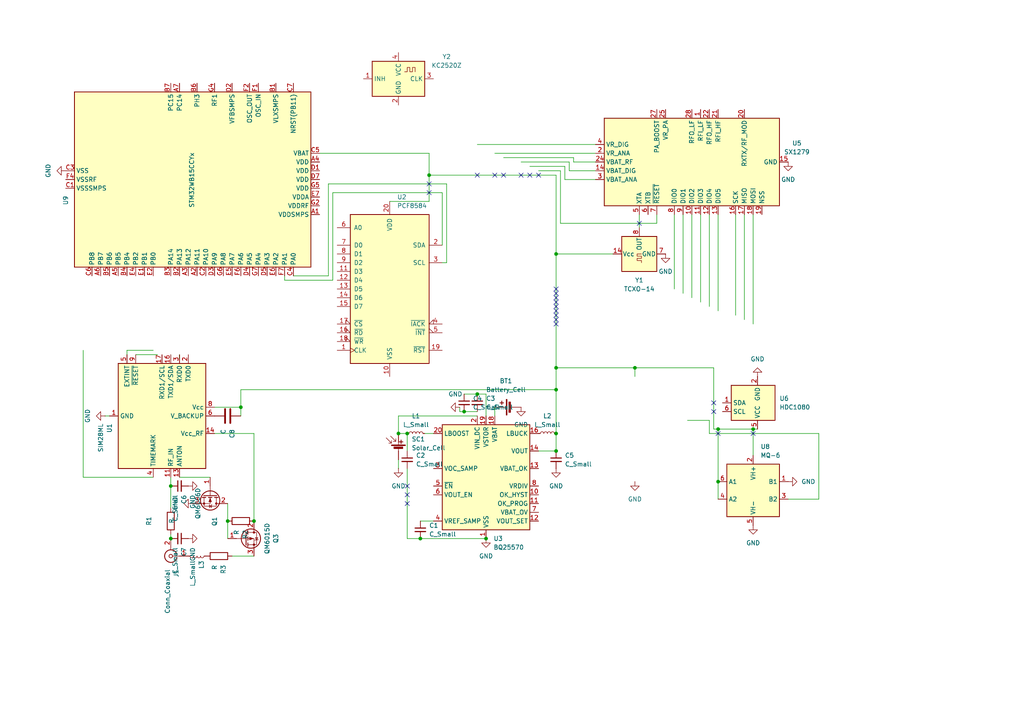
<source format=kicad_sch>
(kicad_sch (version 20250114) (generator "eeschema") (generator_version "9.0")
  (paper "A4")
  (lib_symbols
    (symbol "Battery_Management:BQ25570"
      (property "Reference" "U" (at -12.7 16.51 0))
      (property "Value" "BQ25570" (at 10.16 16.51 0))
      (symbol "BQ25570_0_1"
        (rectangle (start -12.7 15.24) (end 12.7 -15.24) (stroke (width 0.254)) (fill (type background)))
      )
      (symbol "BQ25570_1_1"
        (pin passive line (at -15.24 12.7 0) (length 2.54) (name "LBOOST") (number "20"))
        (pin input line (at -15.24 2.54 0) (length 2.54) (name "VOC_SAMP") (number "3"))
        (pin input line (at -15.24 -2.54 0) (length 2.54) (name "~{EN}") (number "5"))
        (pin input line (at -15.24 -5.08 0) (length 2.54) (name "VOUT_EN") (number "6"))
        (pin passive line (at -15.24 -12.7 0) (length 2.54) (name "VREF_SAMP") (number "4"))
        (pin power_in line (at -2.54 17.78 270) (length 2.54) (name "VIN_DC") (number "2"))
        (pin power_out line (at 0 17.78 270) (length 2.54) (name "VSTOR") (number "19"))
        (pin power_in line (at 0 -17.78 90) (length 2.54) (name "VSS") (number "1"))
        (pin passive line (at 0 -17.78 90) (length 2.54) (hide yes) (name "VSS") (number "15"))
        (pin passive line (at 0 -17.78 90) (length 2.54) (hide yes) (name "VSS") (number "17"))
        (pin passive line (at 0 -17.78 90) (length 2.54) (hide yes) (name "VSS") (number "21"))
        (pin passive line (at 0 -17.78 90) (length 2.54) (hide yes) (name "VSS") (number "9"))
        (pin power_in line (at 2.54 17.78 270) (length 2.54) (name "VBAT") (number "18"))
        (pin passive line (at 15.24 12.7 180) (length 2.54) (name "LBUCK") (number "16"))
        (pin input line (at 15.24 7.62 180) (length 2.54) (name "VOUT") (number "14"))
        (pin output line (at 15.24 2.54 180) (length 2.54) (name "VBAT_OK") (number "13"))
        (pin output line (at 15.24 -2.54 180) (length 2.54) (name "VRDIV") (number "8"))
        (pin input line (at 15.24 -5.08 180) (length 2.54) (name "OK_HYST") (number "10"))
        (pin input line (at 15.24 -7.62 180) (length 2.54) (name "OK_PROG") (number "11"))
        (pin input line (at 15.24 -10.16 180) (length 2.54) (name "VBAT_OV") (number "7"))
        (pin input line (at 15.24 -12.7 180) (length 2.54) (name "VOUT_SET") (number "12"))
      )
    )
    (symbol "Connector:Conn_Coaxial" (pin_names (offset 1.016) (hide yes))
      (property "Reference" "J" (at 0.254 3.048 0))
      (property "Value" "Conn_Coaxial" (at 2.921 0 90))
      (symbol "Conn_Coaxial_0_1"
        (polyline (pts (xy -2.54 0) (xy -0.508 0)))
        (arc (start 1.778 0) (mid 0.222 -1.8079) (end -1.778 -0.508) (stroke (width 0.254)))
        (arc (start -1.778 0.508) (mid 0.2221 1.8084) (end 1.778 0) (stroke (width 0.254)))
        (circle (center 0 0) (radius 0.508) (stroke (width 0.2032)))
        (polyline (pts (xy 0 -2.54) (xy 0 -1.778)))
      )
      (symbol "Conn_Coaxial_1_1"
        (pin passive line (at -5.08 0 0) (length 2.54) (name "In") (number "1"))
        (pin passive line (at 0 -5.08 90) (length 2.54) (name "Ext") (number "2"))
      )
    )
    (symbol "Device:Battery_Cell" (pin_numbers (hide yes)) (pin_names (offset 0) (hide yes))
      (property "Reference" "BT" (at 2.54 2.54 0))
      (property "Value" "Battery_Cell" (at 2.54 0 0))
      (symbol "Battery_Cell_0_1"
        (rectangle (start -2.286 1.778) (end 2.286 1.524) (fill (type outline)))
        (rectangle (start -1.524 1.016) (end 1.524 0.508) (fill (type outline)))
        (polyline (pts (xy 0 1.778) (xy 0 2.54)))
        (polyline (pts (xy 0 0.762) (xy 0 0)))
        (polyline (pts (xy 0.762 3.048) (xy 1.778 3.048)) (stroke (width 0.254)))
        (polyline (pts (xy 1.27 3.556) (xy 1.27 2.54)) (stroke (width 0.254)))
      )
      (symbol "Battery_Cell_1_1"
        (pin passive line (at 0 5.08 270) (length 2.54) (name "+") (number "1"))
        (pin passive line (at 0 -2.54 90) (length 2.54) (name "-") (number "2"))
      )
    )
    (symbol "Device:C" (pin_numbers (hide yes)) (pin_names (offset 0.254))
      (property "Reference" "C" (at 0.635 2.54 0))
      (property "Value" "C" (at 0.635 -2.54 0))
      (symbol "C_0_1"
        (polyline (pts (xy -2.032 0.762) (xy 2.032 0.762)) (stroke (width 0.508)))
        (polyline (pts (xy -2.032 -0.762) (xy 2.032 -0.762)) (stroke (width 0.508)))
      )
      (symbol "C_1_1"
        (pin passive line (at 0 3.81 270) (length 2.794) (name "~") (number "1"))
        (pin passive line (at 0 -3.81 90) (length 2.794) (name "~") (number "2"))
      )
    )
    (symbol "Device:C_Small" (pin_numbers (hide yes)) (pin_names (offset 0.254) (hide yes))
      (property "Reference" "C" (at 0.254 1.778 0))
      (property "Value" "C_Small" (at 0.254 -2.032 0))
      (symbol "C_Small_0_1"
        (polyline (pts (xy -1.524 0.508) (xy 1.524 0.508)) (stroke (width 0.3048)))
        (polyline (pts (xy -1.524 -0.508) (xy 1.524 -0.508)) (stroke (width 0.3302)))
      )
      (symbol "C_Small_1_1"
        (pin passive line (at 0 2.54 270) (length 2.032) (name "~") (number "1"))
        (pin passive line (at 0 -2.54 90) (length 2.032) (name "~") (number "2"))
      )
    )
    (symbol "Device:L_Small" (pin_numbers (hide yes)) (pin_names (offset 0.254) (hide yes))
      (property "Reference" "L" (at 0.762 1.016 0))
      (property "Value" "L_Small" (at 0.762 -1.016 0))
      (symbol "L_Small_0_1"
        (arc (start 0 2.032) (mid 0.5058 1.524) (end 0 1.016))
        (arc (start 0 1.016) (mid 0.5058 0.508) (end 0 0))
        (arc (start 0 0) (mid 0.5058 -0.508) (end 0 -1.016))
        (arc (start 0 -1.016) (mid 0.5058 -1.524) (end 0 -2.032))
      )
      (symbol "L_Small_1_1"
        (pin passive line (at 0 2.54 270) (length 0.508) (name "~") (number "1"))
        (pin passive line (at 0 -2.54 90) (length 0.508) (name "~") (number "2"))
      )
    )
    (symbol "Device:R" (pin_numbers (hide yes)) (pin_names (offset 0))
      (property "Reference" "R" (at 2.032 0 90))
      (property "Value" "R" (at 0 0 90))
      (symbol "R_0_1"
        (rectangle (start -1.016 -2.54) (end 1.016 2.54) (stroke (width 0.254)))
      )
      (symbol "R_1_1"
        (pin passive line (at 0 3.81 270) (length 1.27) (name "~") (number "1"))
        (pin passive line (at 0 -3.81 90) (length 1.27) (name "~") (number "2"))
      )
    )
    (symbol "Device:Solar_Cell" (pin_numbers (hide yes)) (pin_names (offset 0) (hide yes))
      (property "Reference" "SC" (at 2.54 2.54 0))
      (property "Value" "Solar_Cell" (at 2.54 0 0))
      (symbol "Solar_Cell_0_1"
        (polyline (pts (xy -2.032 3.048) (xy -2.032 2.286) (xy -2.794 2.286)))
        (polyline (pts (xy -2.032 2.286) (xy -3.556 3.81)))
        (rectangle (start -2.032 1.778) (end 2.032 1.524) (fill (type outline)))
        (rectangle (start -1.3208 1.1938) (end 1.27 0.6858) (fill (type outline)))
        (polyline (pts (xy -0.762 3.556) (xy -0.762 2.794) (xy -1.524 2.794)))
        (polyline (pts (xy -0.762 2.794) (xy -2.286 4.318)))
        (polyline (pts (xy 0 1.778) (xy 0 2.54)))
        (polyline (pts (xy 0 0.762) (xy 0 0)))
        (polyline (pts (xy 0.254 2.667) (xy 1.27 2.667)) (stroke (width 0.254)))
        (polyline (pts (xy 0.762 3.175) (xy 0.762 2.159)) (stroke (width 0.254)))
      )
      (symbol "Solar_Cell_1_1"
        (pin passive line (at 0 5.08 270) (length 2.54) (name "+") (number "1"))
        (pin passive line (at 0 -2.54 90) (length 2.54) (name "-") (number "2"))
      )
    )
    (symbol "Interface_Expansion:PCF8584" (pin_names (offset 1.016))
      (property "Reference" "U" (at -11.43 22.86 0))
      (property "Value" "PCF8584" (at 3.81 22.86 0))
      (symbol "PCF8584_0_1"
        (rectangle (start -11.43 -21.59) (end 11.43 21.59) (stroke (width 0.254)) (fill (type background)))
      )
      (symbol "PCF8584_1_1"
        (pin input line (at -15.24 17.78 0) (length 3.81) (name "A0") (number "6"))
        (pin tri_state line (at -15.24 12.7 0) (length 3.81) (name "D0") (number "7"))
        (pin tri_state line (at -15.24 10.16 0) (length 3.81) (name "D1") (number "8"))
        (pin tri_state line (at -15.24 7.62 0) (length 3.81) (name "D2") (number "9"))
        (pin tri_state line (at -15.24 5.08 0) (length 3.81) (name "D3") (number "11"))
        (pin tri_state line (at -15.24 2.54 0) (length 3.81) (name "D4") (number "12"))
        (pin tri_state line (at -15.24 0 0) (length 3.81) (name "D5") (number "13"))
        (pin tri_state line (at -15.24 -2.54 0) (length 3.81) (name "D6") (number "14"))
        (pin tri_state line (at -15.24 -5.08 0) (length 3.81) (name "D7") (number "15"))
        (pin input input_low (at -15.24 -10.16 0) (length 3.81) (name "~{CS}") (number "17"))
        (pin passive input_low (at -15.24 -12.7 0) (length 3.81) (name "~{RD}") (number "16"))
        (pin input input_low (at -15.24 -15.24 0) (length 3.81) (name "~{WR}") (number "18"))
        (pin input clock (at -15.24 -17.78 0) (length 3.81) (name "CLK") (number "1"))
        (pin power_in line (at 0 25.4 270) (length 3.81) (name "VDD") (number "20"))
        (pin power_in line (at 0 -25.4 90) (length 3.81) (name "VSS") (number "10"))
        (pin bidirectional line (at 15.24 12.7 180) (length 3.81) (name "SDA") (number "2"))
        (pin bidirectional line (at 15.24 7.62 180) (length 3.81) (name "SCL") (number "3"))
        (pin input input_low (at 15.24 -10.16 180) (length 3.81) (name "~{IACK}") (number "4"))
        (pin output output_low (at 15.24 -12.7 180) (length 3.81) (name "~{INT}") (number "5"))
        (pin bidirectional line (at 15.24 -17.78 180) (length 3.81) (name "~{RST}") (number "19"))
      )
    )
    (symbol "MCU_ST_STM32WB:STM32WB15CCYx"
      (property "Reference" "U" (at -25.4 36.83 0))
      (property "Value" "STM32WB15CCYx" (at 12.7 36.83 0))
      (symbol "STM32WB15CCYx_0_1"
        (rectangle (start -25.4 -33.02) (end 25.4 35.56) (stroke (width 0.254)) (fill (type background)))
      )
      (symbol "STM32WB15CCYx_1_1"
        (pin input line (at -27.94 30.48 0) (length 2.54) (name "NRST(PB11)") (number "C7"))
        (pin power_in line (at -27.94 25.4 0) (length 2.54) (name "VLXSMPS") (number "B1"))
        (pin input line (at -27.94 20.32 0) (length 2.54) (name "OSC_IN") (number "F1"))
        (pin input line (at -27.94 17.78 0) (length 2.54) (name "OSC_OUT") (number "F2"))
        (pin input line (at -27.94 12.7 0) (length 2.54) (name "VFBSMPS") (number "D2"))
        (pin bidirectional line (at -27.94 7.62 0) (length 2.54) (name "RF1") (number "G4"))
        (pin bidirectional line (at -27.94 2.54 0) (length 2.54) (name "PH3") (number "B6"))
        (pin bidirectional line (at -27.94 -2.54 0) (length 2.54) (name "PC14") (number "A7"))
        (pin bidirectional line (at -27.94 -5.08 0) (length 2.54) (name "PC15") (number "B7"))
        (pin no_connect line (at -25.4 -30.48 0) (length 2.54) (hide yes) (name "AT1") (number "F3"))
        (pin no_connect line (at -25.4 -33.02 0) (length 2.54) (hide yes) (name "AT0") (number "E3"))
        (pin power_in line (at -7.62 38.1 270) (length 2.54) (name "VBAT") (number "C5"))
        (pin power_in line (at -5.08 38.1 270) (length 2.54) (name "VDD") (number "A4"))
        (pin power_in line (at -2.54 38.1 270) (length 2.54) (name "VDD") (number "D1"))
        (pin power_in line (at -2.54 -35.56 90) (length 2.54) (name "VSS") (number "C3"))
        (pin passive line (at -2.54 -35.56 90) (length 2.54) (hide yes) (name "VSS") (number "D6"))
        (pin passive line (at -2.54 -35.56 90) (length 2.54) (hide yes) (name "VSS") (number "F5"))
        (pin power_in line (at 0 38.1 270) (length 2.54) (name "VDD") (number "D7"))
        (pin power_in line (at 0 -35.56 90) (length 2.54) (name "VSSRF") (number "F4"))
        (pin passive line (at 0 -35.56 90) (length 2.54) (hide yes) (name "VSSRF") (number "G1"))
        (pin passive line (at 0 -35.56 90) (length 2.54) (hide yes) (name "VSSRF") (number "G3"))
        (pin power_in line (at 2.54 38.1 270) (length 2.54) (name "VDD") (number "G5"))
        (pin power_in line (at 2.54 -35.56 90) (length 2.54) (name "VSSSMPS") (number "C1"))
        (pin power_in line (at 5.08 38.1 270) (length 2.54) (name "VDDA") (number "E7"))
        (pin power_in line (at 7.62 38.1 270) (length 2.54) (name "VDDRF") (number "G2"))
        (pin power_in line (at 10.16 38.1 270) (length 2.54) (name "VDDSMPS") (number "A1"))
        (pin bidirectional line (at 27.94 30.48 180) (length 2.54) (name "PA0") (number "C4"))
        (pin bidirectional line (at 27.94 27.94 180) (length 2.54) (name "PA1") (number "F7"))
        (pin bidirectional line (at 27.94 25.4 180) (length 2.54) (name "PA2") (number "E6"))
        (pin bidirectional line (at 27.94 22.86 180) (length 2.54) (name "PA3") (number "D5"))
        (pin bidirectional line (at 27.94 20.32 180) (length 2.54) (name "PA4") (number "G7"))
        (pin bidirectional line (at 27.94 17.78 180) (length 2.54) (name "PA5") (number "D4"))
        (pin bidirectional line (at 27.94 15.24 180) (length 2.54) (name "PA6") (number "F6"))
        (pin bidirectional line (at 27.94 12.7 180) (length 2.54) (name "PA7") (number "E5"))
        (pin bidirectional line (at 27.94 10.16 180) (length 2.54) (name "PA8") (number "G6"))
        (pin bidirectional line (at 27.94 7.62 180) (length 2.54) (name "PA9") (number "D3"))
        (pin bidirectional line (at 27.94 5.08 180) (length 2.54) (name "PA10") (number "C2"))
        (pin bidirectional line (at 27.94 2.54 180) (length 2.54) (name "PA11") (number "A2"))
        (pin bidirectional line (at 27.94 0 180) (length 2.54) (name "PA12") (number "A3"))
        (pin bidirectional line (at 27.94 -2.54 180) (length 2.54) (name "PA13") (number "B2"))
        (pin bidirectional line (at 27.94 -5.08 180) (length 2.54) (name "PA14") (number "B3"))
        (pin bidirectional line (at 27.94 -10.16 180) (length 2.54) (name "PB0") (number "E2"))
        (pin bidirectional line (at 27.94 -12.7 180) (length 2.54) (name "PB1") (number "E1"))
        (pin bidirectional line (at 27.94 -15.24 180) (length 2.54) (name "PB2") (number "E4"))
        (pin bidirectional line (at 27.94 -17.78 180) (length 2.54) (name "PB4") (number "B4"))
        (pin bidirectional line (at 27.94 -20.32 180) (length 2.54) (name "PB5") (number "A5"))
        (pin bidirectional line (at 27.94 -22.86 180) (length 2.54) (name "PB6") (number "B5"))
        (pin bidirectional line (at 27.94 -25.4 180) (length 2.54) (name "PB7") (number "A6"))
        (pin bidirectional line (at 27.94 -27.94 180) (length 2.54) (name "PB8") (number "C6"))
      )
    )
    (symbol "Oscillator:KC2520Z"
      (property "Reference" "Y" (at 2.54 12.7 0))
      (property "Value" "KC2520Z" (at 6.35 10.16 0))
      (symbol "KC2520Z_0_1"
        (rectangle (start -7.62 5.08) (end 7.62 -5.08) (stroke (width 0.254)) (fill (type background)))
      )
      (symbol "KC2520Z_1_1"
        (polyline (pts (xy 1.778 2.032) (xy 2.54 2.032) (xy 2.54 3.302) (xy 3.302 3.302) (xy 3.302 2.032) (xy 4.064 2.032) (xy 4.064 3.302) (xy 4.826 3.302) (xy 4.826 2.032)))
        (pin input line (at -10.16 0 0) (length 2.54) (name "INH") (number "1"))
        (pin power_in line (at 0 7.62 270) (length 2.54) (name "VCC") (number "4"))
        (pin power_in line (at 0 -7.62 90) (length 2.54) (name "GND") (number "2"))
        (pin output line (at 10.16 0 180) (length 2.54) (name "CLK") (number "3"))
      )
    )
    (symbol "Oscillator:TCXO-14" (pin_names (offset 0.254))
      (property "Reference" "Y" (at -5.08 6.35 0))
      (property "Value" "TCXO-14" (at 1.27 -6.35 0))
      (symbol "TCXO-14_0_1"
        (rectangle (start -5.08 5.08) (end 5.08 -5.08) (stroke (width 0.254)) (fill (type background)))
        (polyline (pts (xy -2.54 -0.635) (xy -1.905 -0.635) (xy -1.905 0.635) (xy -1.27 0.635) (xy -1.27 -0.635) (xy -0.635 -0.635) (xy -0.635 0.635) (xy 0 0.635) (xy 0 -0.635)))
      )
      (symbol "TCXO-14_1_1"
        (pin no_connect line (at -5.08 2.54 0) (length 2.54) (hide yes) (name "NC") (number "1"))
        (pin power_in line (at 0 7.62 270) (length 2.54) (name "Vcc") (number "14"))
        (pin power_in line (at 0 -7.62 90) (length 2.54) (name "GND") (number "7"))
        (pin output line (at 7.62 0 180) (length 2.54) (name "OUT") (number "8"))
      )
    )
    (symbol "RF:SX1279"
      (property "Reference" "U" (at 13.97 24.13 0))
      (property "Value" "SX1279" (at 13.97 21.59 0))
      (symbol "SX1279_0_1"
        (rectangle (start -12.7 25.4) (end 12.7 -25.4) (stroke (width 0.254)) (fill (type background)))
      )
      (symbol "SX1279_1_1"
        (pin bidirectional line (at -15.24 15.24 0) (length 2.54) (name "XTA") (number "5"))
        (pin bidirectional line (at -15.24 12.7 0) (length 2.54) (name "XTB") (number "6"))
        (pin input line (at -15.24 10.16 0) (length 2.54) (name "~{RESET}") (number "7"))
        (pin bidirectional line (at -15.24 5.08 0) (length 2.54) (name "DIO0") (number "8"))
        (pin bidirectional line (at -15.24 2.54 0) (length 2.54) (name "DIO1") (number "9"))
        (pin bidirectional line (at -15.24 0 0) (length 2.54) (name "DIO2") (number "10"))
        (pin bidirectional line (at -15.24 -2.54 0) (length 2.54) (name "DIO3") (number "11"))
        (pin bidirectional line (at -15.24 -5.08 0) (length 2.54) (name "DIO4") (number "12"))
        (pin bidirectional line (at -15.24 -7.62 0) (length 2.54) (name "DIO5") (number "13"))
        (pin input line (at -15.24 -12.7 0) (length 2.54) (name "SCK") (number "16"))
        (pin output line (at -15.24 -15.24 0) (length 2.54) (name "MISO") (number "17"))
        (pin input line (at -15.24 -17.78 0) (length 2.54) (name "MOSI") (number "18"))
        (pin input line (at -15.24 -20.32 0) (length 2.54) (name "NSS") (number "19"))
        (pin power_in line (at -5.08 27.94 270) (length 2.54) (name "VBAT_ANA") (number "3"))
        (pin power_in line (at -2.54 27.94 270) (length 2.54) (name "VBAT_DIG") (number "14"))
        (pin power_in line (at 0 27.94 270) (length 2.54) (name "VBAT_RF") (number "24"))
        (pin power_in line (at 0 -27.94 90) (length 2.54) (name "GND") (number "15"))
        (pin passive line (at 0 -27.94 90) (length 2.54) (hide yes) (name "GND") (number "23"))
        (pin passive line (at 0 -27.94 90) (length 2.54) (hide yes) (name "GND") (number "26"))
        (pin passive line (at 0 -27.94 90) (length 2.54) (hide yes) (name "GND") (number "29"))
        (pin power_in line (at 2.54 27.94 270) (length 2.54) (name "VR_ANA") (number "2"))
        (pin power_in line (at 5.08 27.94 270) (length 2.54) (name "VR_DIG") (number "4"))
        (pin power_out line (at 15.24 10.16 180) (length 2.54) (name "PA_BOOST") (number "27"))
        (pin power_out line (at 15.24 7.62 180) (length 2.54) (name "VR_PA") (number "25"))
        (pin output line (at 15.24 0 180) (length 2.54) (name "RFO_LF") (number "28"))
        (pin input line (at 15.24 -2.54 180) (length 2.54) (name "RFI_LF") (number "1"))
        (pin output line (at 15.24 -5.08 180) (length 2.54) (name "RFO_HF") (number "22"))
        (pin input line (at 15.24 -7.62 180) (length 2.54) (name "RFI_HF") (number "21"))
        (pin output line (at 15.24 -15.24 180) (length 2.54) (name "RXTX/RF_MOD") (number "20"))
      )
    )
    (symbol "RF_GPS:SIM28ML"
      (property "Reference" "U" (at -13.97 13.97 0))
      (property "Value" "SIM28ML" (at 11.43 13.97 0))
      (symbol "SIM28ML_0_1"
        (rectangle (start -15.24 12.7) (end 15.24 -12.7) (stroke (width 0.254)) (fill (type background)))
      )
      (symbol "SIM28ML_1_1"
        (pin output line (at -17.78 7.62 0) (length 2.54) (name "TXD0") (number "2"))
        (pin input line (at -17.78 5.08 0) (length 2.54) (name "RXD0") (number "3"))
        (pin bidirectional line (at -17.78 2.54 0) (length 2.54) (name "TXD1/SDA") (number "16"))
        (pin input line (at -17.78 0 0) (length 2.54) (name "RXD1/SCL") (number "17"))
        (pin input line (at -17.78 -7.62 0) (length 2.54) (name "~{RESET}") (number "9"))
        (pin input line (at -17.78 -10.16 0) (length 2.54) (name "EXTINT") (number "5"))
        (pin power_in line (at -2.54 15.24 270) (length 2.54) (name "Vcc") (number "8"))
        (pin power_in line (at 0 15.24 270) (length 2.54) (name "V_BACKUP") (number "6"))
        (pin power_in line (at 0 -15.24 90) (length 2.54) (name "GND") (number "1"))
        (pin passive line (at 0 -15.24 90) (length 2.54) (hide yes) (name "GND") (number "10"))
        (pin passive line (at 0 -15.24 90) (length 2.54) (hide yes) (name "GND") (number "12"))
        (pin power_out line (at 5.08 15.24 270) (length 2.54) (name "Vcc_RF") (number "14"))
        (pin no_connect line (at 15.24 -5.08 180) (length 2.54) (hide yes) (name "NC") (number "7"))
        (pin no_connect line (at 15.24 -7.62 180) (length 2.54) (hide yes) (name "NC") (number "15"))
        (pin no_connect line (at 15.24 -10.16 180) (length 2.54) (hide yes) (name "NC") (number "18"))
        (pin power_out line (at 17.78 5.08 180) (length 2.54) (name "ANTON") (number "13"))
        (pin input line (at 17.78 2.54 180) (length 2.54) (name "RF_IN") (number "11"))
        (pin output line (at 17.78 -2.54 180) (length 2.54) (name "TIMEMARK") (number "4"))
      )
    )
    (symbol "Sensor_Gas:MQ-6"
      (property "Reference" "U" (at -6.35 8.89 0))
      (property "Value" "MQ-6" (at 3.81 8.89 0))
      (symbol "MQ-6_0_1"
        (rectangle (start -7.62 7.62) (end 7.62 -7.62) (stroke (width 0.254)) (fill (type background)))
      )
      (symbol "MQ-6_1_1"
        (pin passive line (at -10.16 2.54 0) (length 2.54) (name "A1") (number "6"))
        (pin passive line (at -10.16 -2.54 0) (length 2.54) (name "A2") (number "4"))
        (pin power_in line (at 0 10.16 270) (length 2.54) (name "VH+") (number "2"))
        (pin power_in line (at 0 -10.16 90) (length 2.54) (name "VH-") (number "5"))
        (pin passive line (at 10.16 2.54 180) (length 2.54) (name "B1") (number "1"))
        (pin passive line (at 10.16 -2.54 180) (length 2.54) (name "B2") (number "3"))
      )
    )
    (symbol "Sensor_Humidity:HDC1080"
      (property "Reference" "U" (at -6.35 6.35 0))
      (property "Value" "HDC1080" (at 3.81 6.35 0))
      (symbol "HDC1080_0_1"
        (rectangle (start -7.62 5.08) (end 5.08 -5.08) (stroke (width 0.254)) (fill (type background)))
      )
      (symbol "HDC1080_1_1"
        (pin no_connect line (at -7.62 2.54 0) (length 2.54) (hide yes) (name "DAP") (number "7"))
        (pin no_connect line (at -7.62 0 0) (length 2.54) (hide yes) (name "NC") (number "3"))
        (pin no_connect line (at -7.62 -2.54 0) (length 2.54) (hide yes) (name "NC") (number "4"))
        (pin power_in line (at -2.54 7.62 270) (length 2.54) (name "VCC") (number "5"))
        (pin power_in line (at -2.54 -7.62 90) (length 2.54) (name "GND") (number "2"))
        (pin input line (at 7.62 2.54 180) (length 2.54) (name "SCL") (number "6"))
        (pin bidirectional line (at 7.62 0 180) (length 2.54) (name "SDA") (number "1"))
      )
    )
    (symbol "Transistor_FET:QM6006D" (pin_names (hide yes))
      (property "Reference" "Q" (at 5.08 1.905 0))
      (property "Value" "QM6006D" (at 5.08 0 0))
      (symbol "QM6006D_0_1"
        (polyline (pts (xy 0.254 1.905) (xy 0.254 -1.905)) (stroke (width 0.254)))
        (polyline (pts (xy 0.254 0) (xy -2.54 0)))
        (polyline (pts (xy 0.762 2.286) (xy 0.762 1.27)) (stroke (width 0.254)))
        (polyline (pts (xy 0.762 0.508) (xy 0.762 -0.508)) (stroke (width 0.254)))
        (polyline (pts (xy 0.762 -1.27) (xy 0.762 -2.286)) (stroke (width 0.254)))
        (polyline (pts (xy 0.762 -1.778) (xy 3.302 -1.778) (xy 3.302 1.778) (xy 0.762 1.778)))
        (polyline (pts (xy 1.016 0) (xy 2.032 0.381) (xy 2.032 -0.381) (xy 1.016 0)) (fill (type outline)))
        (circle (center 1.651 0) (radius 2.794) (stroke (width 0.254)))
        (polyline (pts (xy 2.54 2.54) (xy 2.54 1.778)))
        (circle (center 2.54 1.778) (radius 0.254) (fill (type outline)))
        (circle (center 2.54 -1.778) (radius 0.254) (fill (type outline)))
        (polyline (pts (xy 2.54 -2.54) (xy 2.54 0) (xy 0.762 0)))
        (polyline (pts (xy 2.794 0.508) (xy 2.921 0.381) (xy 3.683 0.381) (xy 3.81 0.254)))
        (polyline (pts (xy 3.302 0.381) (xy 2.921 -0.254) (xy 3.683 -0.254) (xy 3.302 0.381)))
      )
      (symbol "QM6006D_1_1"
        (pin input line (at -5.08 0 0) (length 2.54) (name "G") (number "1"))
        (pin passive line (at 2.54 5.08 270) (length 2.54) (name "D") (number "2"))
        (pin passive line (at 2.54 -5.08 90) (length 2.54) (name "S") (number "3"))
      )
    )
    (symbol "Transistor_FET:QM6015D" (pin_names (hide yes))
      (property "Reference" "Q" (at 5.08 1.905 0))
      (property "Value" "QM6015D" (at 5.08 0 0))
      (symbol "QM6015D_0_1"
        (polyline (pts (xy 0.254 1.905) (xy 0.254 -1.905)) (stroke (width 0.254)))
        (polyline (pts (xy 0.254 0) (xy -2.54 0)))
        (polyline (pts (xy 0.762 2.286) (xy 0.762 1.27)) (stroke (width 0.254)))
        (polyline (pts (xy 0.762 1.778) (xy 3.302 1.778) (xy 3.302 -1.778) (xy 0.762 -1.778)))
        (polyline (pts (xy 0.762 0.508) (xy 0.762 -0.508)) (stroke (width 0.254)))
        (polyline (pts (xy 0.762 -1.27) (xy 0.762 -2.286)) (stroke (width 0.254)))
        (circle (center 1.651 0) (radius 2.794) (stroke (width 0.254)))
        (polyline (pts (xy 2.286 0) (xy 1.27 0.381) (xy 1.27 -0.381) (xy 2.286 0)) (fill (type outline)))
        (polyline (pts (xy 2.54 2.54) (xy 2.54 1.778)))
        (circle (center 2.54 1.778) (radius 0.254) (fill (type outline)))
        (circle (center 2.54 -1.778) (radius 0.254) (fill (type outline)))
        (polyline (pts (xy 2.54 -2.54) (xy 2.54 0) (xy 0.762 0)))
        (polyline (pts (xy 2.794 -0.508) (xy 2.921 -0.381) (xy 3.683 -0.381) (xy 3.81 -0.254)))
        (polyline (pts (xy 3.302 -0.381) (xy 2.921 0.254) (xy 3.683 0.254) (xy 3.302 -0.381)))
      )
      (symbol "QM6015D_1_1"
        (pin passive line (at -5.08 0 0) (length 2.54) (name "G") (number "1"))
        (pin passive line (at 2.54 5.08 270) (length 2.54) (name "D") (number "2"))
        (pin passive line (at 2.54 -5.08 90) (length 2.54) (name "S") (number "3"))
      )
    )
    (symbol "power:GND" (power) (pin_numbers (hide yes)) (pin_names (offset 0) (hide yes))
      (property "Value" "GND" (at 0 -3.81 0))
      (symbol "GND_0_1"
        (polyline (pts (xy 0 0) (xy 0 -1.27) (xy 1.27 -1.27) (xy 0 -2.54) (xy -1.27 -1.27) (xy 0 -1.27)))
      )
      (symbol "GND_1_1"
        (pin power_in line (at 0 0 270) (length 0) (name "~") (number "1"))
      )
    )
  )
  (junction (at 161.29 113.03))
  (junction (at 115.57 125.73))
  (junction (at 49.53 156.21))
  (junction (at 208.28 139.7))
  (junction (at 73.66 151.13))
  (junction (at 134.62 119.38))
  (junction (at 66.04 151.13))
  (junction (at 208.28 124.46))
  (junction (at 124.46 50.8))
  (junction (at 218.44 124.46))
  (junction (at 121.92 156.21))
  (junction (at 161.29 125.73))
  (junction (at 161.29 106.68))
  (junction (at 161.29 73.66))
  (junction (at 69.85 118.11))
  (junction (at 184.15 106.68))
  (junction (at 118.11 125.73))
  (junction (at 161.29 130.81))
  (junction (at 49.53 140.97))
  (junction (at 140.97 156.21))
  (junction (at 138.43 114.3))
  (no_connect (at 118.11 140.97))
  (no_connect (at 151.13 50.8))
  (no_connect (at 161.29 90.17))
  (no_connect (at 161.29 92.71))
  (no_connect (at 207.01 116.84))
  (no_connect (at 207.01 119.38))
  (no_connect (at 118.11 146.05))
  (no_connect (at 161.29 83.82))
  (no_connect (at 138.43 50.8))
  (no_connect (at 161.29 91.44))
  (no_connect (at 124.46 55.88))
  (no_connect (at 161.29 93.98))
  (no_connect (at 156.21 50.8))
  (no_connect (at 161.29 86.36))
  (no_connect (at 185.42 64.77))
  (no_connect (at 118.11 143.51))
  (no_connect (at 161.29 85.09))
  (no_connect (at 161.29 87.63))
  (no_connect (at 143.51 50.8))
  (no_connect (at 153.67 50.8))
  (no_connect (at 124.46 53.34))
  (no_connect (at 146.05 50.8))
  (no_connect (at 208.28 125.73))
  (no_connect (at 161.29 88.9))
  (no_connect (at 218.44 125.73))
  (wire (pts (xy 82.55 81.28) (xy 82.55 80.01)))
  (wire (pts (xy 124.46 44.45) (xy 92.71 44.45)))
  (wire (pts (xy 66.04 151.13) (xy 66.04 156.21)))
  (wire (pts (xy 161.29 73.66) (xy 161.29 106.68)))
  (wire (pts (xy 156.21 49.53) (xy 162.56 49.53)))
  (wire (pts (xy 138.43 41.91) (xy 172.72 41.91)))
  (wire (pts (xy 165.1 46.99) (xy 165.1 49.53)))
  (wire (pts (xy 208.28 90.17) (xy 208.28 62.23)))
  (wire (pts (xy 49.53 138.43) (xy 49.53 140.97)))
  (wire (pts (xy 24.13 138.43) (xy 24.13 101.6)))
  (wire (pts (xy 208.28 124.46) (xy 207.01 124.46)))
  (wire (pts (xy 190.5 64.77) (xy 190.5 62.23)))
  (wire (pts (xy 69.85 113.03) (xy 161.29 113.03)))
  (wire (pts (xy 205.74 88.9) (xy 205.74 62.23)))
  (wire (pts (xy 121.92 156.21) (xy 140.97 156.21)))
  (wire (pts (xy 115.57 125.73) (xy 115.57 120.65)))
  (wire (pts (xy 118.11 135.89) (xy 118.11 156.21)))
  (wire (pts (xy 96.52 81.28) (xy 82.55 81.28)))
  (wire (pts (xy 200.66 86.36) (xy 200.66 62.23)))
  (wire (pts (xy 115.57 125.73) (xy 118.11 125.73)))
  (wire (pts (xy 60.96 138.43) (xy 52.07 138.43)))
  (wire (pts (xy 161.29 50.8) (xy 161.29 73.66)))
  (wire (pts (xy 184.15 106.68) (xy 207.01 106.68)))
  (wire (pts (xy 36.83 101.6) (xy 44.45 101.6)))
  (wire (pts (xy 162.56 64.77) (xy 190.5 64.77)))
  (wire (pts (xy 62.23 125.73) (xy 73.66 125.73)))
  (wire (pts (xy 215.9 92.71) (xy 215.9 62.23)))
  (wire (pts (xy 49.53 104.14) (xy 49.53 102.87)))
  (wire (pts (xy 128.27 55.88) (xy 96.52 55.88)))
  (wire (pts (xy 143.51 118.11) (xy 143.51 120.65)))
  (wire (pts (xy 118.11 125.73) (xy 118.11 130.81)))
  (wire (pts (xy 134.62 114.3) (xy 138.43 114.3)))
  (wire (pts (xy 161.29 130.81) (xy 161.29 125.73)))
  (wire (pts (xy 205.74 125.73) (xy 205.74 121.92)))
  (wire (pts (xy 161.29 106.68) (xy 184.15 106.68)))
  (wire (pts (xy 133.35 119.38) (xy 134.62 119.38)))
  (wire (pts (xy 134.62 119.38) (xy 138.43 119.38)))
  (wire (pts (xy 69.85 118.11) (xy 69.85 113.03)))
  (wire (pts (xy 161.29 113.03) (xy 161.29 125.73)))
  (wire (pts (xy 237.49 144.78) (xy 237.49 125.73)))
  (wire (pts (xy 213.36 91.44) (xy 213.36 62.23)))
  (wire (pts (xy 73.66 125.73) (xy 73.66 151.13)))
  (wire (pts (xy 52.07 104.14) (xy 52.07 102.87)))
  (wire (pts (xy 31.75 120.65) (xy 30.48 120.65)))
  (wire (pts (xy 218.44 124.46) (xy 218.44 132.08)))
  (wire (pts (xy 143.51 44.45) (xy 172.72 44.45)))
  (wire (pts (xy 228.6 144.78) (xy 237.49 144.78)))
  (wire (pts (xy 66.04 146.05) (xy 66.04 151.13)))
  (wire (pts (xy 128.27 76.2) (xy 129.54 76.2)))
  (wire (pts (xy 153.67 48.26) (xy 163.83 48.26)))
  (wire (pts (xy 166.37 45.72) (xy 166.37 46.99)))
  (wire (pts (xy 49.53 154.94) (xy 49.53 156.21)))
  (wire (pts (xy 138.43 114.3) (xy 140.97 114.3)))
  (wire (pts (xy 124.46 58.42) (xy 124.46 50.8)))
  (wire (pts (xy 156.21 130.81) (xy 161.29 130.81)))
  (wire (pts (xy 115.57 120.65) (xy 138.43 120.65)))
  (wire (pts (xy 129.54 76.2) (xy 129.54 53.34)))
  (wire (pts (xy 69.85 118.11) (xy 69.85 120.65)))
  (wire (pts (xy 118.11 156.21) (xy 121.92 156.21)))
  (wire (pts (xy 184.15 109.22) (xy 184.15 106.68)))
  (wire (pts (xy 129.54 53.34) (xy 95.25 53.34)))
  (wire (pts (xy 165.1 49.53) (xy 172.72 49.53)))
  (wire (pts (xy 36.83 102.87) (xy 36.83 101.6)))
  (wire (pts (xy 185.42 66.04) (xy 185.42 62.23)))
  (wire (pts (xy 95.25 53.34) (xy 95.25 80.01)))
  (wire (pts (xy 121.92 151.13) (xy 125.73 151.13)))
  (wire (pts (xy 205.74 121.92) (xy 199.39 121.92)))
  (wire (pts (xy 95.25 80.01) (xy 85.09 80.01)))
  (wire (pts (xy 39.37 102.87) (xy 45.72 102.87)))
  (wire (pts (xy 163.83 48.26) (xy 163.83 52.07)))
  (wire (pts (xy 161.29 106.68) (xy 161.29 113.03)))
  (wire (pts (xy 195.58 83.82) (xy 195.58 62.23)))
  (wire (pts (xy 128.27 71.12) (xy 128.27 55.88)))
  (wire (pts (xy 133.35 118.11) (xy 133.35 119.38)))
  (wire (pts (xy 162.56 49.53) (xy 162.56 64.77)))
  (wire (pts (xy 113.03 58.42) (xy 124.46 58.42)))
  (wire (pts (xy 49.53 140.97) (xy 49.53 147.32)))
  (wire (pts (xy 69.85 118.11) (xy 62.23 118.11)))
  (wire (pts (xy 146.05 45.72) (xy 166.37 45.72)))
  (wire (pts (xy 208.28 124.46) (xy 208.28 139.7)))
  (wire (pts (xy 219.71 124.46) (xy 218.44 124.46)))
  (wire (pts (xy 166.37 46.99) (xy 172.72 46.99)))
  (wire (pts (xy 218.44 124.46) (xy 208.28 124.46)))
  (wire (pts (xy 161.29 73.66) (xy 177.8 73.66)))
  (wire (pts (xy 96.52 55.88) (xy 96.52 81.28)))
  (wire (pts (xy 44.45 138.43) (xy 24.13 138.43)))
  (wire (pts (xy 198.12 85.09) (xy 198.12 62.23)))
  (wire (pts (xy 73.66 161.29) (xy 67.31 161.29)))
  (wire (pts (xy 151.13 46.99) (xy 165.1 46.99)))
  (wire (pts (xy 203.2 87.63) (xy 203.2 62.23)))
  (wire (pts (xy 140.97 114.3) (xy 140.97 120.65)))
  (wire (pts (xy 124.46 50.8) (xy 161.29 50.8)))
  (wire (pts (xy 115.57 133.35) (xy 115.57 135.89)))
  (wire (pts (xy 218.44 93.98) (xy 218.44 62.23)))
  (wire (pts (xy 207.01 106.68) (xy 207.01 124.46)))
  (wire (pts (xy 124.46 44.45) (xy 124.46 50.8)))
  (wire (pts (xy 163.83 52.07) (xy 172.72 52.07)))
  (wire (pts (xy 237.49 125.73) (xy 205.74 125.73)))
  (wire (pts (xy 208.28 139.7) (xy 208.28 144.78)))
  (wire (pts (xy 123.19 125.73) (xy 125.73 125.73)))
  (symbol (lib_id "RF_GPS:SIM28ML") (at 46.99 120.65 270) (unit 1)
    (property "Reference" "U1" (at 31.75 122.7933 0) (effects (justify left)))
    (property "Value" "SIM28ML" (at 29.21 122.7933 0) (effects (justify left)))
    (property "Footprint" "RF_GPS:SIM28ML" (effects (hide yes)))
    (property "Datasheet" "https://simcom.ee/documents/SIM28ML/SIM28ML_Hardware%20Design_V1.01.pdf" (effects (hide yes)))
    (property "Description" "Standalone GPS/A-GPS receiver module, built-in LNA, -165dBm sensitivity, 2.8-4.3V, SMD" (effects (hide yes)))
  )
  (symbol (lib_id "power:GND") (at 140.97 156.21 0) (unit 1)
    (property "Reference" "#PWR04" (effects (hide yes)))
    (property "Value" "GND" (at 140.97 161.29 0))
    (property "Description" "Power symbol creates a global label with name \"GND\" , ground" (effects (hide yes)))
  )
  (symbol (lib_id "RF:SX1279") (at 200.66 46.99 90) (unit 1)
    (property "Reference" "U5" (at 231.14 41.5446 90))
    (property "Value" "SX1279" (at 231.14 44.0846 90))
    (property "Footprint" "Package_DFN_QFN:QFN-28-1EP_6x6mm_P0.65mm_EP4.8x4.8mm" (effects (hide yes)))
    (property "Datasheet" "https://semtech.my.salesforce.com/sfc/p/#E0000000JelG/a/2R0000001Rbr/6EfVZUorrpoKFfvaF_Fkpgp5kzjiNyiAbqcpqh9qSjE" (effects (hide yes)))
    (property "Description" "137 MHz to 960 MHz Low Power Long Range Transceiver, spreading factor from 6 to 12, LoRA, QFN-28" (effects (hide yes)))
  )
  (symbol (lib_id "Device:C") (at 66.04 120.65 270) (unit 1)
    (property "Reference" "C8" (at 67.3101 124.46 0) (effects (justify left)))
    (property "Value" "C" (at 64.7701 124.46 0) (effects (justify left)))
    (property "Description" "Unpolarized capacitor" (effects (hide yes)))
  )
  (symbol (lib_id "Connector:Conn_Coaxial") (at 49.53 161.29 180) (unit 1)
    (property "Reference" "J1" (at 51.1176 165.1 90) (effects (justify left)))
    (property "Value" "Conn_Coaxial" (at 48.5776 165.1 90) (effects (justify left)))
    (property "Footprint" "Connector_Coaxial:U.FL_Molex_MCRF_73412-0110_Vertical" (effects (hide yes)))
    (property "Description" "coaxial connector (BNC, SMA, SMB, SMC, Cinch/RCA, LEMO, ...)" (effects (hide yes)))
  )
  (symbol (lib_id "Device:L_Small") (at 57.15 161.29 270) (unit 1)
    (property "Reference" "L3" (at 58.4201 162.56 0) (effects (justify left)))
    (property "Value" "L_Small" (at 55.8801 162.56 0) (effects (justify left)))
    (property "Description" "Inductor, small symbol" (effects (hide yes)))
  )
  (symbol (lib_id "power:GND") (at 184.15 139.7 0) (unit 1)
    (property "Reference" "#PWR01" (effects (hide yes)))
    (property "Value" "GND" (at 184.15 144.78 0))
    (property "Description" "Power symbol creates a global label with name \"GND\" , ground" (effects (hide yes)))
  )
  (symbol (lib_id "Device:R") (at 63.5 161.29 90) (unit 1)
    (property "Reference" "R3" (at 64.7701 163.83 0) (effects (justify right)))
    (property "Value" "R" (at 62.2301 163.83 0) (effects (justify right)))
    (property "Description" "Resistor" (effects (hide yes)))
  )
  (symbol (lib_id "Sensor_Humidity:HDC1080") (at 217.17 116.84 180) (unit 1)
    (property "Reference" "U6" (at 226.06 115.5699 0) (effects (justify right)))
    (property "Value" "HDC1080" (at 226.06 118.1099 0) (effects (justify right)))
    (property "Footprint" "Package_SON:Texas_PWSON-N6" (effects (hide yes)))
    (property "Datasheet" "http://www.ti.com/lit/ds/symlink/hdc1080.pdf" (effects (hide yes)))
    (property "Description" "Low Power,High Accuracy Digital Humidity Sensor with Temperature Sensor" (effects (hide yes)))
  )
  (symbol (lib_id "power:GND") (at 193.04 73.66 0) (unit 1)
    (property "Reference" "#PWR014" (effects (hide yes)))
    (property "Value" "GND" (at 193.04 78.74 0))
    (property "Description" "Power symbol creates a global label with name \"GND\" , ground" (effects (hide yes)))
  )
  (symbol (lib_id "Device:C_Small") (at 52.07 140.97 90) (unit 1)
    (property "Reference" "C6" (at 53.3465 143.51 0) (effects (justify right)))
    (property "Value" "C_Small" (at 50.8065 143.51 0) (effects (justify right)))
    (property "Description" "Unpolarized capacitor, small symbol" (effects (hide yes)))
  )
  (symbol (lib_id "Device:C_Small") (at 118.11 133.35 0) (unit 1)
    (property "Reference" "C2" (at 120.65 132.0862 0) (effects (justify left)))
    (property "Value" "C_Small" (at 120.65 134.6262 0) (effects (justify left)))
    (property "Description" "Unpolarized capacitor, small symbol" (effects (hide yes)))
  )
  (symbol (lib_id "Transistor_FET:QM6015D") (at 71.12 156.21 0) (unit 1)
    (property "Reference" "Q3" (at 80.01 156.21 90))
    (property "Value" "QM6015D" (at 77.47 156.21 90))
    (property "Footprint" "Package_TO_SOT_SMD:TO-252-2" (effects (hide yes)))
    (property "Datasheet" "http://www.jaolen.com/images/pdf/QM6015D.pdf" (effects (hide yes)))
    (property "Description" "-35A Id, -60V Vds, P-Channel Power MOSFET, 25mOhm Ron, 25.0nC Qg (typ), TO252" (effects (hide yes)))
  )
  (symbol (lib_id "power:GND") (at 133.35 118.11 270) (unit 1)
    (property "Reference" "#PWR05" (effects (hide yes)))
    (property "Value" "GND" (at 132.08 114.3 90))
    (property "Description" "Power symbol creates a global label with name \"GND\" , ground" (effects (hide yes)))
  )
  (symbol (lib_id "Device:C_Small") (at 121.92 153.67 0) (unit 1)
    (property "Reference" "C1" (at 124.46 152.4062 0) (effects (justify left)))
    (property "Value" "C_Small" (at 124.46 154.9462 0) (effects (justify left)))
    (property "Description" "Unpolarized capacitor, small symbol" (effects (hide yes)))
  )
  (symbol (lib_id "power:GND") (at 228.6 46.99 0) (unit 1)
    (property "Reference" "#PWR07" (effects (hide yes)))
    (property "Value" "GND" (at 228.6 52.07 0))
    (property "Description" "Power symbol creates a global label with name \"GND\" , ground" (effects (hide yes)))
  )
  (symbol (lib_id "Device:C_Small") (at 134.62 116.84 0) (unit 1)
    (property "Reference" "C4" (at 137.16 115.5762 0) (effects (justify left)))
    (property "Value" "C_Small" (at 137.16 118.1162 0) (effects (justify left)))
    (property "Description" "Unpolarized capacitor, small symbol" (effects (hide yes)))
  )
  (symbol (lib_id "Oscillator:TCXO-14") (at 185.42 73.66 90) (unit 1)
    (property "Reference" "Y1" (at 185.42 81.28 90))
    (property "Value" "TCXO-14" (at 185.42 83.82 90))
    (property "Footprint" "Oscillator:Oscillator_DIP-14" (effects (hide yes)))
    (property "Datasheet" "http://www.golledge.com/pdf/products/tcxos/gtxos14.pdf" (effects (hide yes)))
    (property "Description" "Temperature Compensated Crystal Clock Oscillator, DIP14-style metal package" (effects (hide yes)))
  )
  (symbol (lib_id "Device:R") (at 69.85 151.13 90) (unit 1)
    (property "Reference" "R2" (at 71.1201 153.67 0) (effects (justify right)))
    (property "Value" "R" (at 68.5801 153.67 0) (effects (justify right)))
    (property "Description" "Resistor" (effects (hide yes)))
  )
  (symbol (lib_id "Device:C_Small") (at 52.07 156.21 270) (unit 1)
    (property "Reference" "C7" (at 53.3338 158.75 0) (effects (justify left)))
    (property "Value" "C_Small" (at 50.7938 158.75 0) (effects (justify left)))
    (property "Description" "Unpolarized capacitor, small symbol" (effects (hide yes)))
  )
  (symbol (lib_id "Oscillator:KC2520Z") (at 115.57 22.86 0) (unit 1)
    (property "Reference" "Y2" (at 129.54 16.4398 0))
    (property "Value" "KC2520Z" (at 129.54 18.9798 0))
    (property "Footprint" "Oscillator:Oscillator_SMD_Kyocera_KC2520Z-4Pin_2.5x2.0mm" (effects (hide yes)))
    (property "Datasheet" "https://global.kyocera.com/prdct/electro/product/pdf/clock_z_xz_e.pdf" (effects (hide yes)))
    (property "Description" "1.8432MHz ~ 125MHz Crystal Oscillator" (effects (hide yes)))
  )
  (symbol (lib_id "Device:C_Small") (at 138.43 116.84 0) (unit 1)
    (property "Reference" "C3" (at 140.97 115.5762 0) (effects (justify left)))
    (property "Value" "C_Small" (at 140.97 118.1162 0) (effects (justify left)))
    (property "Description" "Unpolarized capacitor, small symbol" (effects (hide yes)))
  )
  (symbol (lib_id "power:GND") (at 30.48 120.65 270) (unit 1)
    (property "Reference" "#PWR010" (effects (hide yes)))
    (property "Value" "GND" (at 25.4 120.65 0))
    (property "Description" "Power symbol creates a global label with name \"GND\" , ground" (effects (hide yes)))
  )
  (symbol (lib_id "Device:C_Small") (at 161.29 133.35 0) (unit 1)
    (property "Reference" "C5" (at 163.83 132.0862 0) (effects (justify left)))
    (property "Value" "C_Small" (at 163.83 134.6262 0) (effects (justify left)))
    (property "Description" "Unpolarized capacitor, small symbol" (effects (hide yes)))
  )
  (symbol (lib_id "power:GND") (at 219.71 109.22 180) (unit 1)
    (property "Reference" "#PWR011" (effects (hide yes)))
    (property "Value" "GND" (at 219.71 104.14 0))
    (property "Description" "Power symbol creates a global label with name \"GND\" , ground" (effects (hide yes)))
  )
  (symbol (lib_id "power:GND") (at 115.57 135.89 0) (unit 1)
    (property "Reference" "#PWR03" (effects (hide yes)))
    (property "Value" "GND" (at 115.57 140.97 0))
    (property "Description" "Power symbol creates a global label with name \"GND\" , ground" (effects (hide yes)))
  )
  (symbol (lib_id "Device:Solar_Cell") (at 115.57 130.81 0) (unit 1)
    (property "Reference" "SC1" (at 119.38 127.3809 0) (effects (justify left)))
    (property "Value" "Solar_Cell" (at 119.38 129.9209 0) (effects (justify left)))
    (property "Description" "Single solar cell" (effects (hide yes)))
  )
  (symbol (lib_id "Interface_Expansion:PCF8584") (at 113.03 83.82 0) (unit 1)
    (property "Reference" "U2" (at 115.1733 57.15 0) (effects (justify left)))
    (property "Value" "PCF8584" (at 115.1733 59.69 0) (effects (justify left)))
    (property "Datasheet" "http://www.nxp.com/docs/en/data-sheet/PCF8584.pdf" (effects (hide yes)))
    (property "Description" "I2C Bus Controller, DIP/SOIC-20" (effects (hide yes)))
  )
  (symbol (lib_id "power:GND") (at 228.6 139.7 90) (unit 1)
    (property "Reference" "#PWR017" (effects (hide yes)))
    (property "Value" "GND" (at 232.41 139.6999 90) (effects (justify right)))
    (property "Description" "Power symbol creates a global label with name \"GND\" , ground" (effects (hide yes)))
  )
  (symbol (lib_id "power:GND") (at 161.29 135.89 0) (unit 1)
    (property "Reference" "#PWR06" (effects (hide yes)))
    (property "Value" "GND" (at 161.29 140.97 0))
    (property "Description" "Power symbol creates a global label with name \"GND\" , ground" (effects (hide yes)))
  )
  (symbol (lib_id "power:GND") (at 54.61 156.21 90) (unit 1)
    (property "Reference" "#PWR012" (effects (hide yes)))
    (property "Value" "GND" (at 55.8801 158.75 0) (effects (justify right)))
    (property "Description" "Power symbol creates a global label with name \"GND\" , ground" (effects (hide yes)))
  )
  (symbol (lib_id "Device:Battery_Cell") (at 148.59 118.11 90) (unit 1)
    (property "Reference" "BT1" (at 146.7485 110.49 90))
    (property "Value" "Battery_Cell" (at 146.7485 113.03 90))
    (property "Description" "Single-cell battery" (effects (hide yes)))
  )
  (symbol (lib_id "power:GND") (at 19.05 49.53 270) (unit 1)
    (property "Reference" "#PWR08" (effects (hide yes)))
    (property "Value" "GND" (at 13.97 49.53 0))
    (property "Description" "Power symbol creates a global label with name \"GND\" , ground" (effects (hide yes)))
  )
  (symbol (lib_id "power:GND") (at 55.88 146.05 270) (unit 1)
    (property "Reference" "#PWR013" (effects (hide yes)))
    (property "Value" "GND" (at 50.8 146.05 0))
    (property "Description" "Power symbol creates a global label with name \"GND\" , ground" (effects (hide yes)))
  )
  (symbol (lib_id "power:GND") (at 218.44 152.4 0) (unit 1)
    (property "Reference" "#PWR016" (effects (hide yes)))
    (property "Value" "GND" (at 218.44 157.48 0))
    (property "Description" "Power symbol creates a global label with name \"GND\" , ground" (effects (hide yes)))
  )
  (symbol (lib_id "Device:L_Small") (at 120.65 125.73 90) (unit 1)
    (property "Reference" "L1" (at 120.65 120.65 90))
    (property "Value" "L_Small" (at 120.65 123.19 90))
    (property "Footprint" "Inductor_SMD:L_Neosid_MicroCoil_Ms36-L" (effects (hide yes)))
    (property "Description" "Inductor, small symbol" (effects (hide yes)))
  )
  (symbol (lib_id "Device:R") (at 49.53 151.13 180) (unit 1)
    (property "Reference" "R1" (at 43.18 151.13 90))
    (property "Value" "R" (at 49.784 151.13 90))
    (property "Description" "Resistor" (effects (hide yes)))
  )
  (symbol (lib_id "Device:L_Small") (at 158.75 125.73 90) (unit 1)
    (property "Reference" "L2" (at 158.75 120.65 90))
    (property "Value" "L_Small" (at 158.75 123.19 90))
    (property "Description" "Inductor, small symbol" (effects (hide yes)))
  )
  (symbol (lib_id "MCU_ST_STM32WB:STM32WB15CCYx") (at 54.61 52.07 270) (unit 1)
    (property "Reference" "U9" (at 19.05 56.7533 0) (effects (justify left)))
    (property "Value" "STM32WB15CCYx" (at 55.626 44.196 0) (effects (justify left)))
    (property "Footprint" "Package_CSP:ST_WLCSP-49_3.3x3.38mm_Layout7x7_P0.4mm_Offcenter" (effects (hide yes)))
    (property "Datasheet" "https://www.st.com/resource/en/datasheet/stm32wb15cc.pdf" (effects (hide yes)))
    (property "Description" "STMicroelectronics Arm Cortex-M4 MCU, 320KB flash, 48KB RAM, 64 MHz, 1.71-3.6V, 26 GPIO, WLCSP49" (effects (hide yes)))
  )
  (symbol (lib_id "Sensor_Gas:MQ-6") (at 218.44 142.24 0) (unit 1)
    (property "Reference" "U8" (at 220.5833 129.54 0) (effects (justify left)))
    (property "Value" "MQ-6" (at 220.5833 132.08 0) (effects (justify left)))
    (property "Footprint" "Sensor:MQ-6" (effects (hide yes)))
    (property "Datasheet" "https://www.winsen-sensor.com/d/files/semiconductor/mq-6.pdf" (effects (hide yes)))
    (property "Description" "Semiconductor Sensor for Flammable Gas" (effects (hide yes)))
  )
  (symbol (lib_id "Battery_Management:BQ25570") (at 140.97 138.43 0) (unit 1)
    (property "Reference" "U3" (at 143.1133 156.21 0) (effects (justify left)))
    (property "Value" "BQ25570" (at 143.1133 158.75 0) (effects (justify left)))
    (property "Footprint" "Package_DFN_QFN:QFN-20-1EP_3.5x3.5mm_P0.5mm_EP2x2mm" (effects (hide yes)))
    (property "Datasheet" "http://www.ti.com/lit/ds/symlink/bq25570.pdf" (effects (hide yes)))
    (property "Description" "Nano Power Boost Charger and Buck Converter for Energy Harvester Powered Applications, QFN-20" (effects (hide yes)))
  )
  (symbol (lib_id "power:GND") (at 151.13 118.11 0) (unit 1)
    (property "Reference" "#PWR02" (effects (hide yes)))
    (property "Value" "GND" (at 151.13 123.19 0))
    (property "Description" "Power symbol creates a global label with name \"GND\" , ground" (effects (hide yes)))
  )
  (symbol (lib_id "Transistor_FET:QM6006D") (at 60.96 143.51 270) (unit 1)
    (property "Reference" "Q1" (at 62.2301 149.86 0) (effects (justify left)))
    (property "Value" "QM6006D" (at 57.404 141.478 0) (effects (justify left)))
    (property "Footprint" "Package_TO_SOT_SMD:TO-252-2" (effects (hide yes)))
    (property "Datasheet" "http://www.jaolen.com/images/pdf/QM6006D.pdf" (effects (hide yes)))
    (property "Description" "35A Id, 60V Vds, N-Channel Power MOSFET, 18mOhm Ron, 19.3nC Qg (typ), TO252" (effects (hide yes)))
  )
  (symbol (lib_id "power:GND") (at 54.61 140.97 90) (unit 1)
    (property "Reference" "#PWR09" (effects (hide yes)))
    (property "Value" "GND" (at 55.8801 143.51 0) (effects (justify right)))
    (property "Description" "Power symbol creates a global label with name \"GND\" , ground" (effects (hide yes)))
  )
)
</source>
